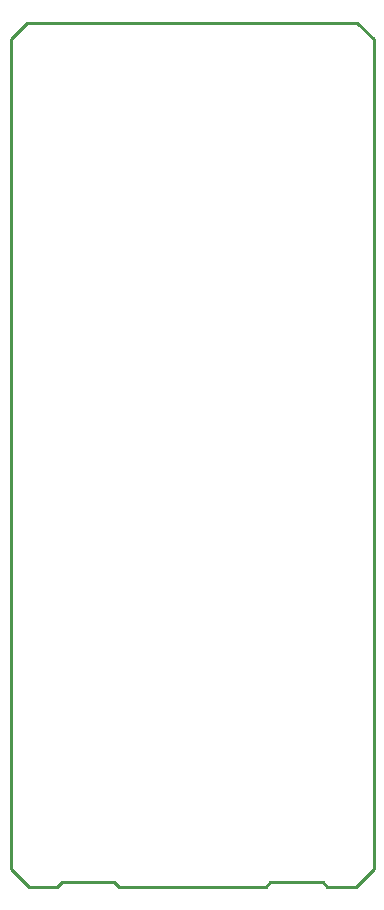
<source format=gko>
G04 Layer: BoardOutline*
G04 EasyEDA v6.3.53, 2020-06-09T14:14:43+03:00*
G04 a51f4f2b25e24b5fbe4c92ec4cc42c38,99c43f6f433d4c2593b99c8e01114625,10*
G04 Gerber Generator version 0.2*
G04 Scale: 100 percent, Rotated: No, Reflected: No *
G04 Dimensions in millimeters *
G04 leading zeros omitted , absolute positions ,3 integer and 3 decimal *
%FSLAX33Y33*%
%MOMM*%
G90*
G71D02*

%ADD10C,0.254000*%
G54D10*
G01X0Y71501D02*
G01X0Y71755D01*
G01X1397Y73152D01*
G01X29337Y73152D01*
G01X30734Y71755D01*
G01X30734Y1524D01*
G01X29210Y0D01*
G01X26797Y0D01*
G01X26416Y381D01*
G01X21971Y381D01*
G01X21590Y0D01*
G01X9144Y0D01*
G01X8763Y381D01*
G01X4318Y381D01*
G01X3937Y0D01*
G01X1524Y0D01*
G01X0Y1524D01*
G01X0Y71755D01*

%LPD*%
M00*
M02*

</source>
